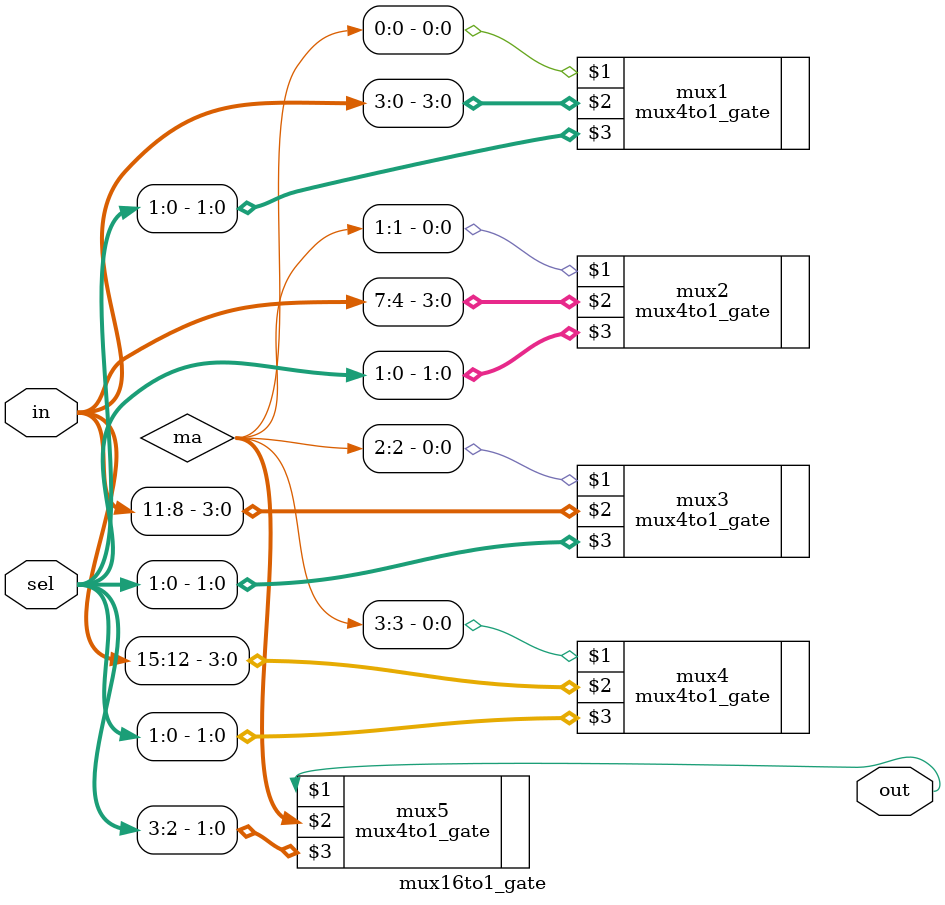
<source format=v>
module mux16to1_gate(out,in,sel);
    input [15:0]in;
    input [3:0]sel;
    output out;
    wire [3:0]ma;

    mux4to1_gate mux1(ma[0],in[3:0],sel[1:0]);
    mux4to1_gate mux2(ma[1],in[7:4],sel[1:0]);
    mux4to1_gate mux3(ma[2],in[11:8],sel[1:0]);
    mux4to1_gate mux4(ma[3],in[15:12],sel[1:0]);
    mux4to1_gate mux5(out,ma[3:0],sel[3:2]);
endmodule
</source>
